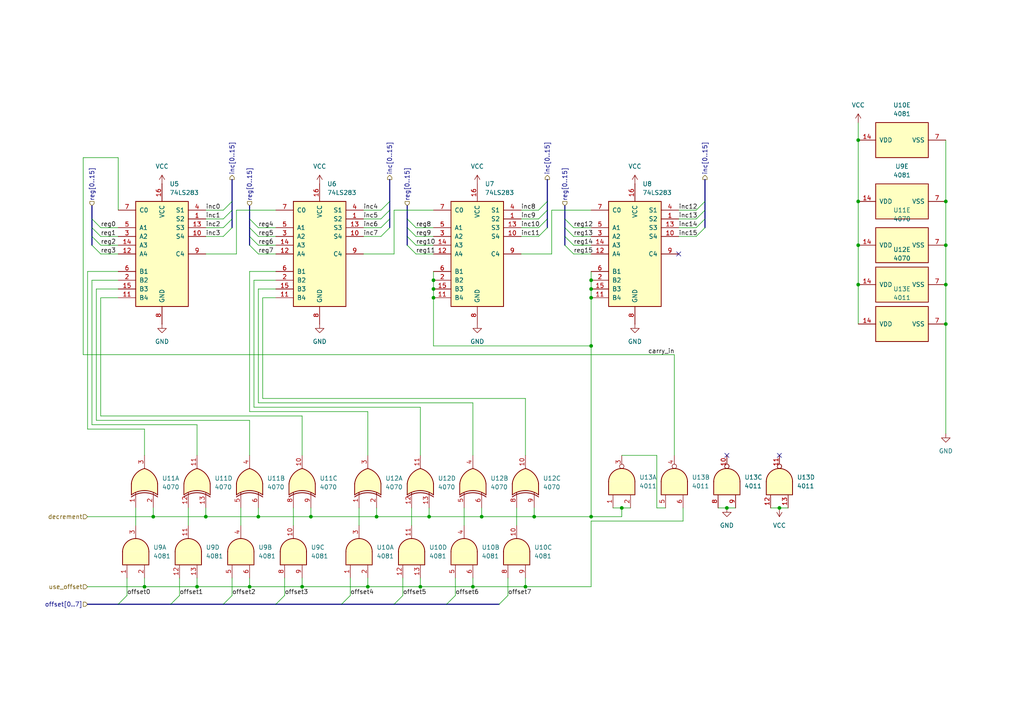
<source format=kicad_sch>
(kicad_sch (version 20231120) (generator "eeschema") (generator_version "8.0")
  (paper "A4")
  (lib_symbols
    (symbol "4xxx:4011" (pin_names (offset 1.016))
      (property "Reference" "U" (at 0 1.27 0))
      (property "Value" "4011" (at 0 -1.27 0))
      (symbol "4011_1_1"
        (arc (start 0 -3.81) (mid 3.7934 0) (end 0 3.81) (stroke (width 0.254)) (fill (type background)))
        (polyline (pts (xy 0 3.81) (xy -3.81 3.81) (xy -3.81 -3.81) (xy 0 -3.81)) (stroke (width 0.254)) (fill (type background)))
        (pin input line (at -7.62 2.54 0) (length 3.81) (name "~") (number "1"))
        (pin input line (at -7.62 -2.54 0) (length 3.81) (name "~") (number "2"))
        (pin output inverted (at 7.62 0 180) (length 3.81) (name "~") (number "3"))
      )
      (symbol "4011_1_2"
        (arc (start -3.81 -3.81) (mid -2.589 0) (end -3.81 3.81) (stroke (width 0.254)))
        (arc (start -0.6096 -3.81) (mid 2.1842 -2.5851) (end 3.81 0) (stroke (width 0.254)) (fill (type background)))
        (polyline (pts (xy -3.81 -3.81) (xy -0.635 -3.81)) (stroke (width 0.254)) (fill (type background)))
        (polyline (pts (xy -3.81 3.81) (xy -0.635 3.81)) (stroke (width 0.254)) (fill (type background)))
        (polyline (pts (xy -0.635 3.81) (xy -3.81 3.81) (xy -3.81 3.81) (xy -3.556 3.4036) (xy -3.0226 2.2606) (xy -2.6924 1.0414) (xy -2.6162 -0.254) (xy -2.7686 -1.4986) (xy -3.175 -2.7178) (xy -3.81 -3.81) (xy -3.81 -3.81) (xy -0.635 -3.81)) (stroke (width -25.4)) (fill (type background)))
        (arc (start 3.81 0) (mid 2.1915 2.5936) (end -0.6096 3.81) (stroke (width 0.254)) (fill (type background)))
        (pin input inverted (at -7.62 2.54 0) (length 4.318) (name "~") (number "1"))
        (pin input inverted (at -7.62 -2.54 0) (length 4.318) (name "~") (number "2"))
        (pin output line (at 7.62 0 180) (length 3.81) (name "~") (number "3"))
      )
      (symbol "4011_2_1"
        (arc (start 0 -3.81) (mid 3.7934 0) (end 0 3.81) (stroke (width 0.254)) (fill (type background)))
        (polyline (pts (xy 0 3.81) (xy -3.81 3.81) (xy -3.81 -3.81) (xy 0 -3.81)) (stroke (width 0.254)) (fill (type background)))
        (pin output inverted (at 7.62 0 180) (length 3.81) (name "~") (number "4"))
        (pin input line (at -7.62 2.54 0) (length 3.81) (name "~") (number "5"))
        (pin input line (at -7.62 -2.54 0) (length 3.81) (name "~") (number "6"))
      )
      (symbol "4011_2_2"
        (arc (start -3.81 -3.81) (mid -2.589 0) (end -3.81 3.81) (stroke (width 0.254)))
        (arc (start -0.6096 -3.81) (mid 2.1842 -2.5851) (end 3.81 0) (stroke (width 0.254)) (fill (type background)))
        (polyline (pts (xy -3.81 -3.81) (xy -0.635 -3.81)) (stroke (width 0.254)) (fill (type background)))
        (polyline (pts (xy -3.81 3.81) (xy -0.635 3.81)) (stroke (width 0.254)) (fill (type background)))
        (polyline (pts (xy -0.635 3.81) (xy -3.81 3.81) (xy -3.81 3.81) (xy -3.556 3.4036) (xy -3.0226 2.2606) (xy -2.6924 1.0414) (xy -2.6162 -0.254) (xy -2.7686 -1.4986) (xy -3.175 -2.7178) (xy -3.81 -3.81) (xy -3.81 -3.81) (xy -0.635 -3.81)) (stroke (width -25.4)) (fill (type background)))
        (arc (start 3.81 0) (mid 2.1915 2.5936) (end -0.6096 3.81) (stroke (width 0.254)) (fill (type background)))
        (pin output line (at 7.62 0 180) (length 3.81) (name "~") (number "4"))
        (pin input inverted (at -7.62 2.54 0) (length 4.318) (name "~") (number "5"))
        (pin input inverted (at -7.62 -2.54 0) (length 4.318) (name "~") (number "6"))
      )
      (symbol "4011_3_1"
        (arc (start 0 -3.81) (mid 3.7934 0) (end 0 3.81) (stroke (width 0.254)) (fill (type background)))
        (polyline (pts (xy 0 3.81) (xy -3.81 3.81) (xy -3.81 -3.81) (xy 0 -3.81)) (stroke (width 0.254)) (fill (type background)))
        (pin output inverted (at 7.62 0 180) (length 3.81) (name "~") (number "10"))
        (pin input line (at -7.62 2.54 0) (length 3.81) (name "~") (number "8"))
        (pin input line (at -7.62 -2.54 0) (length 3.81) (name "~") (number "9"))
      )
      (symbol "4011_3_2"
        (arc (start -3.81 -3.81) (mid -2.589 0) (end -3.81 3.81) (stroke (width 0.254)))
        (arc (start -0.6096 -3.81) (mid 2.1842 -2.5851) (end 3.81 0) (stroke (width 0.254)) (fill (type background)))
        (polyline (pts (xy -3.81 -3.81) (xy -0.635 -3.81)) (stroke (width 0.254)) (fill (type background)))
        (polyline (pts (xy -3.81 3.81) (xy -0.635 3.81)) (stroke (width 0.254)) (fill (type background)))
        (polyline (pts (xy -0.635 3.81) (xy -3.81 3.81) (xy -3.81 3.81) (xy -3.556 3.4036) (xy -3.0226 2.2606) (xy -2.6924 1.0414) (xy -2.6162 -0.254) (xy -2.7686 -1.4986) (xy -3.175 -2.7178) (xy -3.81 -3.81) (xy -3.81 -3.81) (xy -0.635 -3.81)) (stroke (width -25.4)) (fill (type background)))
        (arc (start 3.81 0) (mid 2.1915 2.5936) (end -0.6096 3.81) (stroke (width 0.254)) (fill (type background)))
        (pin output line (at 7.62 0 180) (length 3.81) (name "~") (number "10"))
        (pin input inverted (at -7.62 2.54 0) (length 4.318) (name "~") (number "8"))
        (pin input inverted (at -7.62 -2.54 0) (length 4.318) (name "~") (number "9"))
      )
      (symbol "4011_4_1"
        (arc (start 0 -3.81) (mid 3.7934 0) (end 0 3.81) (stroke (width 0.254)) (fill (type background)))
        (polyline (pts (xy 0 3.81) (xy -3.81 3.81) (xy -3.81 -3.81) (xy 0 -3.81)) (stroke (width 0.254)) (fill (type background)))
        (pin output inverted (at 7.62 0 180) (length 3.81) (name "~") (number "11"))
        (pin input line (at -7.62 2.54 0) (length 3.81) (name "~") (number "12"))
        (pin input line (at -7.62 -2.54 0) (length 3.81) (name "~") (number "13"))
      )
      (symbol "4011_4_2"
        (arc (start -3.81 -3.81) (mid -2.589 0) (end -3.81 3.81) (stroke (width 0.254)))
        (arc (start -0.6096 -3.81) (mid 2.1842 -2.5851) (end 3.81 0) (stroke (width 0.254)) (fill (type background)))
        (polyline (pts (xy -3.81 -3.81) (xy -0.635 -3.81)) (stroke (width 0.254)) (fill (type background)))
        (polyline (pts (xy -3.81 3.81) (xy -0.635 3.81)) (stroke (width 0.254)) (fill (type background)))
        (polyline (pts (xy -0.635 3.81) (xy -3.81 3.81) (xy -3.81 3.81) (xy -3.556 3.4036) (xy -3.0226 2.2606) (xy -2.6924 1.0414) (xy -2.6162 -0.254) (xy -2.7686 -1.4986) (xy -3.175 -2.7178) (xy -3.81 -3.81) (xy -3.81 -3.81) (xy -0.635 -3.81)) (stroke (width -25.4)) (fill (type background)))
        (arc (start 3.81 0) (mid 2.1915 2.5936) (end -0.6096 3.81) (stroke (width 0.254)) (fill (type background)))
        (pin output line (at 7.62 0 180) (length 3.81) (name "~") (number "11"))
        (pin input inverted (at -7.62 2.54 0) (length 4.318) (name "~") (number "12"))
        (pin input inverted (at -7.62 -2.54 0) (length 4.318) (name "~") (number "13"))
      )
      (symbol "4011_5_0"
        (pin power_in line (at 0 12.7 270) (length 5.08) (name "VDD") (number "14"))
        (pin power_in line (at 0 -12.7 90) (length 5.08) (name "VSS") (number "7"))
      )
      (symbol "4011_5_1"
        (rectangle (start -5.08 7.62) (end 5.08 -7.62) (stroke (width 0.254)) (fill (type background)))
      )
    )
    (symbol "4xxx:4070" (pin_names (offset 1.016))
      (property "Reference" "U" (at 0 1.27 0))
      (property "Value" "4070" (at 0 -1.27 0))
      (symbol "4070_1_0"
        (arc (start -4.4196 -3.81) (mid -3.2033 0) (end -4.4196 3.81) (stroke (width 0.254)))
        (arc (start -3.81 -3.81) (mid -2.589 0) (end -3.81 3.81) (stroke (width 0.254)))
        (arc (start -0.6096 -3.81) (mid 2.1842 -2.5851) (end 3.81 0) (stroke (width 0.254)) (fill (type background)))
        (polyline (pts (xy -3.81 -3.81) (xy -0.635 -3.81)) (stroke (width 0.254)) (fill (type background)))
        (polyline (pts (xy -3.81 3.81) (xy -0.635 3.81)) (stroke (width 0.254)) (fill (type background)))
        (polyline (pts (xy -0.635 3.81) (xy -3.81 3.81) (xy -3.81 3.81) (xy -3.556 3.4036) (xy -3.0226 2.2606) (xy -2.6924 1.0414) (xy -2.6162 -0.254) (xy -2.7686 -1.4986) (xy -3.175 -2.7178) (xy -3.81 -3.81) (xy -3.81 -3.81) (xy -0.635 -3.81)) (stroke (width -25.4)) (fill (type background)))
        (arc (start 3.81 0) (mid 2.1915 2.5936) (end -0.6096 3.81) (stroke (width 0.254)) (fill (type background)))
        (pin input line (at -7.62 2.54 0) (length 4.445) (name "~") (number "1"))
        (pin input line (at -7.62 -2.54 0) (length 4.445) (name "~") (number "2"))
        (pin output line (at 7.62 0 180) (length 3.81) (name "~") (number "3"))
      )
      (symbol "4070_1_1"
        (polyline (pts (xy -3.81 -2.54) (xy -3.175 -2.54)) (stroke (width 0.1524)))
        (polyline (pts (xy -3.81 2.54) (xy -3.175 2.54)) (stroke (width 0.1524)))
      )
      (symbol "4070_2_0"
        (arc (start -4.4196 -3.81) (mid -3.2033 0) (end -4.4196 3.81) (stroke (width 0.254)))
        (arc (start -3.81 -3.81) (mid -2.589 0) (end -3.81 3.81) (stroke (width 0.254)))
        (arc (start -0.6096 -3.81) (mid 2.1842 -2.5851) (end 3.81 0) (stroke (width 0.254)) (fill (type background)))
        (polyline (pts (xy -3.81 -3.81) (xy -0.635 -3.81)) (stroke (width 0.254)) (fill (type background)))
        (polyline (pts (xy -3.81 3.81) (xy -0.635 3.81)) (stroke (width 0.254)) (fill (type background)))
        (polyline (pts (xy -0.635 3.81) (xy -3.81 3.81) (xy -3.81 3.81) (xy -3.556 3.4036) (xy -3.0226 2.2606) (xy -2.6924 1.0414) (xy -2.6162 -0.254) (xy -2.7686 -1.4986) (xy -3.175 -2.7178) (xy -3.81 -3.81) (xy -3.81 -3.81) (xy -0.635 -3.81)) (stroke (width -25.4)) (fill (type background)))
        (arc (start 3.81 0) (mid 2.1915 2.5936) (end -0.6096 3.81) (stroke (width 0.254)) (fill (type background)))
        (pin output line (at 7.62 0 180) (length 3.81) (name "~") (number "4"))
        (pin input line (at -7.62 2.54 0) (length 4.445) (name "~") (number "5"))
        (pin input line (at -7.62 -2.54 0) (length 4.445) (name "~") (number "6"))
      )
      (symbol "4070_2_1"
        (polyline (pts (xy -3.81 -2.54) (xy -3.175 -2.54)) (stroke (width 0.1524)))
        (polyline (pts (xy -3.81 2.54) (xy -3.175 2.54)) (stroke (width 0.1524)))
      )
      (symbol "4070_3_0"
        (arc (start -4.4196 -3.81) (mid -3.2033 0) (end -4.4196 3.81) (stroke (width 0.254)))
        (arc (start -3.81 -3.81) (mid -2.589 0) (end -3.81 3.81) (stroke (width 0.254)))
        (arc (start -0.6096 -3.81) (mid 2.1842 -2.5851) (end 3.81 0) (stroke (width 0.254)) (fill (type background)))
        (polyline (pts (xy -3.81 -3.81) (xy -0.635 -3.81)) (stroke (width 0.254)) (fill (type background)))
        (polyline (pts (xy -3.81 3.81) (xy -0.635 3.81)) (stroke (width 0.254)) (fill (type background)))
        (polyline (pts (xy -0.635 3.81) (xy -3.81 3.81) (xy -3.81 3.81) (xy -3.556 3.4036) (xy -3.0226 2.2606) (xy -2.6924 1.0414) (xy -2.6162 -0.254) (xy -2.7686 -1.4986) (xy -3.175 -2.7178) (xy -3.81 -3.81) (xy -3.81 -3.81) (xy -0.635 -3.81)) (stroke (width -25.4)) (fill (type background)))
        (arc (start 3.81 0) (mid 2.1915 2.5936) (end -0.6096 3.81) (stroke (width 0.254)) (fill (type background)))
        (pin output line (at 7.62 0 180) (length 3.81) (name "~") (number "10"))
        (pin input line (at -7.62 2.54 0) (length 4.445) (name "~") (number "8"))
        (pin input line (at -7.62 -2.54 0) (length 4.445) (name "~") (number "9"))
      )
      (symbol "4070_3_1"
        (polyline (pts (xy -3.81 -2.54) (xy -3.175 -2.54)) (stroke (width 0.1524)))
        (polyline (pts (xy -3.81 2.54) (xy -3.175 2.54)) (stroke (width 0.1524)))
      )
      (symbol "4070_4_0"
        (arc (start -4.4196 -3.81) (mid -3.2033 0) (end -4.4196 3.81) (stroke (width 0.254)))
        (arc (start -3.81 -3.81) (mid -2.589 0) (end -3.81 3.81) (stroke (width 0.254)))
        (arc (start -0.6096 -3.81) (mid 2.1842 -2.5851) (end 3.81 0) (stroke (width 0.254)) (fill (type background)))
        (polyline (pts (xy -3.81 -3.81) (xy -0.635 -3.81)) (stroke (width 0.254)) (fill (type background)))
        (polyline (pts (xy -3.81 3.81) (xy -0.635 3.81)) (stroke (width 0.254)) (fill (type background)))
        (polyline (pts (xy -0.635 3.81) (xy -3.81 3.81) (xy -3.81 3.81) (xy -3.556 3.4036) (xy -3.0226 2.2606) (xy -2.6924 1.0414) (xy -2.6162 -0.254) (xy -2.7686 -1.4986) (xy -3.175 -2.7178) (xy -3.81 -3.81) (xy -3.81 -3.81) (xy -0.635 -3.81)) (stroke (width -25.4)) (fill (type background)))
        (arc (start 3.81 0) (mid 2.1915 2.5936) (end -0.6096 3.81) (stroke (width 0.254)) (fill (type background)))
        (pin output line (at 7.62 0 180) (length 3.81) (name "~") (number "11"))
        (pin input line (at -7.62 2.54 0) (length 4.445) (name "~") (number "12"))
        (pin input line (at -7.62 -2.54 0) (length 4.445) (name "~") (number "13"))
      )
      (symbol "4070_4_1"
        (polyline (pts (xy -3.81 -2.54) (xy -3.175 -2.54)) (stroke (width 0.1524)))
        (polyline (pts (xy -3.81 2.54) (xy -3.175 2.54)) (stroke (width 0.1524)))
      )
      (symbol "4070_5_0"
        (pin power_in line (at 0 12.7 270) (length 5.08) (name "VDD") (number "14"))
        (pin power_in line (at 0 -12.7 90) (length 5.08) (name "VSS") (number "7"))
      )
      (symbol "4070_5_1"
        (rectangle (start -5.08 7.62) (end 5.08 -7.62) (stroke (width 0.254)) (fill (type background)))
      )
    )
    (symbol "4xxx:4081" (pin_names (offset 1.016))
      (property "Reference" "U" (at 0 1.27 0))
      (property "Value" "4081" (at 0 -1.27 0))
      (symbol "4081_1_1"
        (arc (start 0 -3.81) (mid 3.7934 0) (end 0 3.81) (stroke (width 0.254)) (fill (type background)))
        (polyline (pts (xy 0 3.81) (xy -3.81 3.81) (xy -3.81 -3.81) (xy 0 -3.81)) (stroke (width 0.254)) (fill (type background)))
        (pin input line (at -7.62 2.54 0) (length 3.81) (name "~") (number "1"))
        (pin input line (at -7.62 -2.54 0) (length 3.81) (name "~") (number "2"))
        (pin output line (at 7.62 0 180) (length 3.81) (name "~") (number "3"))
      )
      (symbol "4081_1_2"
        (arc (start -3.81 -3.81) (mid -2.589 0) (end -3.81 3.81) (stroke (width 0.254)))
        (arc (start -0.6096 -3.81) (mid 2.1842 -2.5851) (end 3.81 0) (stroke (width 0.254)) (fill (type background)))
        (polyline (pts (xy -3.81 -3.81) (xy -0.635 -3.81)) (stroke (width 0.254)) (fill (type background)))
        (polyline (pts (xy -3.81 3.81) (xy -0.635 3.81)) (stroke (width 0.254)) (fill (type background)))
        (polyline (pts (xy -0.635 3.81) (xy -3.81 3.81) (xy -3.81 3.81) (xy -3.556 3.4036) (xy -3.0226 2.2606) (xy -2.6924 1.0414) (xy -2.6162 -0.254) (xy -2.7686 -1.4986) (xy -3.175 -2.7178) (xy -3.81 -3.81) (xy -3.81 -3.81) (xy -0.635 -3.81)) (stroke (width -25.4)) (fill (type background)))
        (arc (start 3.81 0) (mid 2.1915 2.5936) (end -0.6096 3.81) (stroke (width 0.254)) (fill (type background)))
        (pin input inverted (at -7.62 2.54 0) (length 4.318) (name "~") (number "1"))
        (pin input inverted (at -7.62 -2.54 0) (length 4.318) (name "~") (number "2"))
        (pin output inverted (at 7.62 0 180) (length 3.81) (name "~") (number "3"))
      )
      (symbol "4081_2_1"
        (arc (start 0 -3.81) (mid 3.7934 0) (end 0 3.81) (stroke (width 0.254)) (fill (type background)))
        (polyline (pts (xy 0 3.81) (xy -3.81 3.81) (xy -3.81 -3.81) (xy 0 -3.81)) (stroke (width 0.254)) (fill (type background)))
        (pin output line (at 7.62 0 180) (length 3.81) (name "~") (number "4"))
        (pin input line (at -7.62 2.54 0) (length 3.81) (name "~") (number "5"))
        (pin input line (at -7.62 -2.54 0) (length 3.81) (name "~") (number "6"))
      )
      (symbol "4081_2_2"
        (arc (start -3.81 -3.81) (mid -2.589 0) (end -3.81 3.81) (stroke (width 0.254)))
        (arc (start -0.6096 -3.81) (mid 2.1842 -2.5851) (end 3.81 0) (stroke (width 0.254)) (fill (type background)))
        (polyline (pts (xy -3.81 -3.81) (xy -0.635 -3.81)) (stroke (width 0.254)) (fill (type background)))
        (polyline (pts (xy -3.81 3.81) (xy -0.635 3.81)) (stroke (width 0.254)) (fill (type background)))
        (polyline (pts (xy -0.635 3.81) (xy -3.81 3.81) (xy -3.81 3.81) (xy -3.556 3.4036) (xy -3.0226 2.2606) (xy -2.6924 1.0414) (xy -2.6162 -0.254) (xy -2.7686 -1.4986) (xy -3.175 -2.7178) (xy -3.81 -3.81) (xy -3.81 -3.81) (xy -0.635 -3.81)) (stroke (width -25.4)) (fill (type background)))
        (arc (start 3.81 0) (mid 2.1915 2.5936) (end -0.6096 3.81) (stroke (width 0.254)) (fill (type background)))
        (pin output inverted (at 7.62 0 180) (length 3.81) (name "~") (number "4"))
        (pin input inverted (at -7.62 2.54 0) (length 4.318) (name "~") (number "5"))
        (pin input inverted (at -7.62 -2.54 0) (length 4.318) (name "~") (number "6"))
      )
      (symbol "4081_3_1"
        (arc (start 0 -3.81) (mid 3.7934 0) (end 0 3.81) (stroke (width 0.254)) (fill (type background)))
        (polyline (pts (xy 0 3.81) (xy -3.81 3.81) (xy -3.81 -3.81) (xy 0 -3.81)) (stroke (width 0.254)) (fill (type background)))
        (pin output line (at 7.62 0 180) (length 3.81) (name "~") (number "10"))
        (pin input line (at -7.62 2.54 0) (length 3.81) (name "~") (number "8"))
        (pin input line (at -7.62 -2.54 0) (length 3.81) (name "~") (number "9"))
      )
      (symbol "4081_3_2"
        (arc (start -3.81 -3.81) (mid -2.589 0) (end -3.81 3.81) (stroke (width 0.254)))
        (arc (start -0.6096 -3.81) (mid 2.1842 -2.5851) (end 3.81 0) (stroke (width 0.254)) (fill (type background)))
        (polyline (pts (xy -3.81 -3.81) (xy -0.635 -3.81)) (stroke (width 0.254)) (fill (type background)))
        (polyline (pts (xy -3.81 3.81) (xy -0.635 3.81)) (stroke (width 0.254)) (fill (type background)))
        (polyline (pts (xy -0.635 3.81) (xy -3.81 3.81) (xy -3.81 3.81) (xy -3.556 3.4036) (xy -3.0226 2.2606) (xy -2.6924 1.0414) (xy -2.6162 -0.254) (xy -2.7686 -1.4986) (xy -3.175 -2.7178) (xy -3.81 -3.81) (xy -3.81 -3.81) (xy -0.635 -3.81)) (stroke (width -25.4)) (fill (type background)))
        (arc (start 3.81 0) (mid 2.1915 2.5936) (end -0.6096 3.81) (stroke (width 0.254)) (fill (type background)))
        (pin output inverted (at 7.62 0 180) (length 3.81) (name "~") (number "10"))
        (pin input inverted (at -7.62 2.54 0) (length 4.318) (name "~") (number "8"))
        (pin input inverted (at -7.62 -2.54 0) (length 4.318) (name "~") (number "9"))
      )
      (symbol "4081_4_1"
        (arc (start 0 -3.81) (mid 3.7934 0) (end 0 3.81) (stroke (width 0.254)) (fill (type background)))
        (polyline (pts (xy 0 3.81) (xy -3.81 3.81) (xy -3.81 -3.81) (xy 0 -3.81)) (stroke (width 0.254)) (fill (type background)))
        (pin output line (at 7.62 0 180) (length 3.81) (name "~") (number "11"))
        (pin input line (at -7.62 2.54 0) (length 3.81) (name "~") (number "12"))
        (pin input line (at -7.62 -2.54 0) (length 3.81) (name "~") (number "13"))
      )
      (symbol "4081_4_2"
        (arc (start -3.81 -3.81) (mid -2.589 0) (end -3.81 3.81) (stroke (width 0.254)))
        (arc (start -0.6096 -3.81) (mid 2.1842 -2.5851) (end 3.81 0) (stroke (width 0.254)) (fill (type background)))
        (polyline (pts (xy -3.81 -3.81) (xy -0.635 -3.81)) (stroke (width 0.254)) (fill (type background)))
        (polyline (pts (xy -3.81 3.81) (xy -0.635 3.81)) (stroke (width 0.254)) (fill (type background)))
        (polyline (pts (xy -0.635 3.81) (xy -3.81 3.81) (xy -3.81 3.81) (xy -3.556 3.4036) (xy -3.0226 2.2606) (xy -2.6924 1.0414) (xy -2.6162 -0.254) (xy -2.7686 -1.4986) (xy -3.175 -2.7178) (xy -3.81 -3.81) (xy -3.81 -3.81) (xy -0.635 -3.81)) (stroke (width -25.4)) (fill (type background)))
        (arc (start 3.81 0) (mid 2.1915 2.5936) (end -0.6096 3.81) (stroke (width 0.254)) (fill (type background)))
        (pin output inverted (at 7.62 0 180) (length 3.81) (name "~") (number "11"))
        (pin input inverted (at -7.62 2.54 0) (length 4.318) (name "~") (number "12"))
        (pin input inverted (at -7.62 -2.54 0) (length 4.318) (name "~") (number "13"))
      )
      (symbol "4081_5_0"
        (pin power_in line (at 0 12.7 270) (length 5.08) (name "VDD") (number "14"))
        (pin power_in line (at 0 -12.7 90) (length 5.08) (name "VSS") (number "7"))
      )
      (symbol "4081_5_1"
        (rectangle (start -5.08 7.62) (end 5.08 -7.62) (stroke (width 0.254)) (fill (type background)))
      )
    )
    (symbol "74xx:74LS283" (pin_names (offset 1.016))
      (property "Reference" "U" (at -7.62 16.51 0))
      (property "Value" "74LS283" (at -7.62 -16.51 0))
      (symbol "74LS283_1_0"
        (pin output line (at 12.7 10.16 180) (length 5.08) (name "S2") (number "1"))
        (pin output line (at 12.7 5.08 180) (length 5.08) (name "S4") (number "10"))
        (pin input line (at -12.7 -12.7 0) (length 5.08) (name "B4") (number "11"))
        (pin input line (at -12.7 0 0) (length 5.08) (name "A4") (number "12"))
        (pin output line (at 12.7 7.62 180) (length 5.08) (name "S3") (number "13"))
        (pin input line (at -12.7 2.54 0) (length 5.08) (name "A3") (number "14"))
        (pin input line (at -12.7 -10.16 0) (length 5.08) (name "B3") (number "15"))
        (pin power_in line (at 0 20.32 270) (length 5.08) (name "VCC") (number "16"))
        (pin input line (at -12.7 -7.62 0) (length 5.08) (name "B2") (number "2"))
        (pin input line (at -12.7 5.08 0) (length 5.08) (name "A2") (number "3"))
        (pin output line (at 12.7 12.7 180) (length 5.08) (name "S1") (number "4"))
        (pin input line (at -12.7 7.62 0) (length 5.08) (name "A1") (number "5"))
        (pin input line (at -12.7 -5.08 0) (length 5.08) (name "B1") (number "6"))
        (pin input line (at -12.7 12.7 0) (length 5.08) (name "C0") (number "7"))
        (pin power_in line (at 0 -20.32 90) (length 5.08) (name "GND") (number "8"))
        (pin output line (at 12.7 0 180) (length 5.08) (name "C4") (number "9"))
      )
      (symbol "74LS283_1_1"
        (rectangle (start -7.62 15.24) (end 7.62 -15.24) (stroke (width 0.254)) (fill (type background)))
      )
    )
    (symbol "power:GND" (power) (pin_numbers hide) (pin_names (offset 0) hide)
      (property "Value" "GND" (at 0 -3.81 0))
      (symbol "GND_0_1"
        (polyline (pts (xy 0 0) (xy 0 -1.27) (xy 1.27 -1.27) (xy 0 -2.54) (xy -1.27 -1.27) (xy 0 -1.27)))
      )
      (symbol "GND_1_1"
        (pin power_in line (at 0 0 270) (length 0) (name "~") (number "1"))
      )
    )
    (symbol "power:VCC" (power) (pin_numbers hide) (pin_names (offset 0) hide)
      (property "Value" "VCC" (at 0 3.556 0))
      (symbol "VCC_0_1"
        (polyline (pts (xy -0.762 1.27) (xy 0 2.54)))
        (polyline (pts (xy 0 0) (xy 0 2.54)))
        (polyline (pts (xy 0 2.54) (xy 0.762 1.27)))
      )
      (symbol "VCC_1_1"
        (pin power_in line (at 0 0 90) (length 0) (name "~") (number "1"))
      )
    )
  )
  (junction (at 171.45 86.36))
  (junction (at 121.92 170.18))
  (junction (at 248.92 58.42))
  (junction (at 125.73 81.28))
  (junction (at 109.22 149.86))
  (junction (at 41.91 170.18))
  (junction (at 59.69 149.86))
  (junction (at 171.45 149.86))
  (junction (at 124.46 149.86))
  (junction (at 248.92 71.12))
  (junction (at 57.15 170.18))
  (junction (at 274.32 58.42))
  (junction (at 125.73 86.36))
  (junction (at 248.92 82.55))
  (junction (at 210.82 147.32))
  (junction (at 87.63 170.18))
  (junction (at 90.17 149.86))
  (junction (at 139.7 149.86))
  (junction (at 125.73 83.82))
  (junction (at 44.45 149.86))
  (junction (at 74.93 149.86))
  (junction (at 248.92 40.64))
  (junction (at 274.32 82.55))
  (junction (at 171.45 100.33))
  (junction (at 171.45 83.82))
  (junction (at 137.16 170.18))
  (junction (at 171.45 81.28))
  (junction (at 180.34 147.32))
  (junction (at 72.39 170.18))
  (junction (at 106.68 170.18))
  (junction (at 154.94 149.86))
  (junction (at 274.32 71.12))
  (junction (at 226.06 147.32))
  (junction (at 274.32 93.98))
  (junction (at 152.4 170.18))
  (no_connect (at 210.82 132.08))
  (no_connect (at 226.06 132.08))
  (no_connect (at 196.85 73.66))
  (bus_entry (at 72.39 71.12) (size 2.54 2.54))
  (bus_entry (at 204.47 60.96) (size -2.54 2.54))
  (bus_entry (at 64.77 175.26) (size 2.54 -2.54))
  (bus_entry (at 118.11 68.58) (size 2.54 2.54))
  (bus_entry (at 67.31 66.04) (size -2.54 2.54))
  (bus_entry (at 34.29 175.26) (size 2.54 -2.54))
  (bus_entry (at 158.75 60.96) (size -2.54 2.54))
  (bus_entry (at 158.75 66.04) (size -2.54 2.54))
  (bus_entry (at 67.31 63.5) (size -2.54 2.54))
  (bus_entry (at 163.83 63.5) (size 2.54 2.54))
  (bus_entry (at 113.03 58.42) (size -2.54 2.54))
  (bus_entry (at 204.47 66.04) (size -2.54 2.54))
  (bus_entry (at 118.11 66.04) (size 2.54 2.54))
  (bus_entry (at 67.31 60.96) (size -2.54 2.54))
  (bus_entry (at 80.01 175.26) (size 2.54 -2.54))
  (bus_entry (at 204.47 58.42) (size -2.54 2.54))
  (bus_entry (at 118.11 71.12) (size 2.54 2.54))
  (bus_entry (at 72.39 63.5) (size 2.54 2.54))
  (bus_entry (at 113.03 66.04) (size -2.54 2.54))
  (bus_entry (at 163.83 66.04) (size 2.54 2.54))
  (bus_entry (at 114.3 175.26) (size 2.54 -2.54))
  (bus_entry (at 67.31 58.42) (size -2.54 2.54))
  (bus_entry (at 26.67 68.58) (size 2.54 2.54))
  (bus_entry (at 113.03 60.96) (size -2.54 2.54))
  (bus_entry (at 163.83 71.12) (size 2.54 2.54))
  (bus_entry (at 72.39 66.04) (size 2.54 2.54))
  (bus_entry (at 26.67 71.12) (size 2.54 2.54))
  (bus_entry (at 158.75 63.5) (size -2.54 2.54))
  (bus_entry (at 118.11 63.5) (size 2.54 2.54))
  (bus_entry (at 144.78 175.26) (size 2.54 -2.54))
  (bus_entry (at 99.06 175.26) (size 2.54 -2.54))
  (bus_entry (at 158.75 58.42) (size -2.54 2.54))
  (bus_entry (at 113.03 63.5) (size -2.54 2.54))
  (bus_entry (at 49.53 175.26) (size 2.54 -2.54))
  (bus_entry (at 26.67 66.04) (size 2.54 2.54))
  (bus_entry (at 163.83 68.58) (size 2.54 2.54))
  (bus_entry (at 26.67 63.5) (size 2.54 2.54))
  (bus_entry (at 72.39 68.58) (size 2.54 2.54))
  (bus_entry (at 129.54 175.26) (size 2.54 -2.54))
  (bus_entry (at 204.47 63.5) (size -2.54 2.54))
  (wire (pts (xy 67.31 167.64) (xy 67.31 172.72)))
  (wire (pts (xy 152.4 170.18) (xy 171.45 170.18)))
  (wire (pts (xy 196.85 60.96) (xy 201.93 60.96)))
  (bus (pts (xy 158.75 58.42) (xy 158.75 60.96)))
  (bus (pts (xy 114.3 175.26) (xy 129.54 175.26)))
  (wire (pts (xy 274.32 71.12) (xy 274.32 82.55)))
  (wire (pts (xy 166.37 73.66) (xy 171.45 73.66)))
  (wire (pts (xy 80.01 81.28) (xy 73.66 81.28)))
  (bus (pts (xy 113.03 58.42) (xy 113.03 60.96)))
  (bus (pts (xy 26.67 68.58) (xy 26.67 71.12)))
  (bus (pts (xy 158.75 60.96) (xy 158.75 63.5)))
  (wire (pts (xy 124.46 147.32) (xy 124.46 149.86)))
  (wire (pts (xy 25.4 170.18) (xy 41.91 170.18)))
  (wire (pts (xy 154.94 147.32) (xy 154.94 149.86)))
  (wire (pts (xy 52.07 167.64) (xy 52.07 172.72)))
  (bus (pts (xy 204.47 52.07) (xy 204.47 58.42)))
  (wire (pts (xy 114.3 73.66) (xy 105.41 73.66)))
  (wire (pts (xy 121.92 170.18) (xy 137.16 170.18)))
  (wire (pts (xy 190.5 132.08) (xy 180.34 132.08)))
  (wire (pts (xy 41.91 170.18) (xy 57.15 170.18)))
  (wire (pts (xy 139.7 149.86) (xy 154.94 149.86)))
  (wire (pts (xy 137.16 132.08) (xy 137.16 116.84)))
  (wire (pts (xy 24.13 45.72) (xy 34.29 45.72)))
  (wire (pts (xy 132.08 167.64) (xy 132.08 172.72)))
  (wire (pts (xy 196.85 68.58) (xy 201.93 68.58)))
  (wire (pts (xy 90.17 147.32) (xy 90.17 149.86)))
  (wire (pts (xy 248.92 35.56) (xy 248.92 40.64)))
  (bus (pts (xy 163.83 63.5) (xy 163.83 66.04)))
  (wire (pts (xy 274.32 58.42) (xy 274.32 71.12)))
  (wire (pts (xy 44.45 149.86) (xy 59.69 149.86)))
  (wire (pts (xy 121.92 118.11) (xy 121.92 132.08)))
  (wire (pts (xy 34.29 83.82) (xy 27.94 83.82)))
  (wire (pts (xy 114.3 60.96) (xy 114.3 73.66)))
  (bus (pts (xy 67.31 58.42) (xy 67.31 60.96)))
  (wire (pts (xy 125.73 60.96) (xy 114.3 60.96)))
  (wire (pts (xy 26.67 123.19) (xy 26.67 81.28)))
  (bus (pts (xy 25.4 175.26) (xy 34.29 175.26)))
  (wire (pts (xy 74.93 83.82) (xy 80.01 83.82)))
  (wire (pts (xy 74.93 147.32) (xy 74.93 149.86)))
  (wire (pts (xy 74.93 66.04) (xy 80.01 66.04)))
  (wire (pts (xy 171.45 86.36) (xy 171.45 100.33)))
  (wire (pts (xy 151.13 63.5) (xy 156.21 63.5)))
  (wire (pts (xy 57.15 167.64) (xy 57.15 170.18)))
  (wire (pts (xy 57.15 123.19) (xy 26.67 123.19)))
  (wire (pts (xy 151.13 68.58) (xy 156.21 68.58)))
  (wire (pts (xy 24.13 102.87) (xy 24.13 45.72)))
  (wire (pts (xy 57.15 170.18) (xy 72.39 170.18)))
  (wire (pts (xy 120.65 66.04) (xy 125.73 66.04)))
  (bus (pts (xy 118.11 59.69) (xy 118.11 63.5)))
  (wire (pts (xy 195.58 102.87) (xy 24.13 102.87)))
  (wire (pts (xy 44.45 147.32) (xy 44.45 149.86)))
  (wire (pts (xy 198.12 151.13) (xy 198.12 147.32)))
  (wire (pts (xy 190.5 147.32) (xy 190.5 132.08)))
  (wire (pts (xy 72.39 170.18) (xy 87.63 170.18)))
  (wire (pts (xy 74.93 68.58) (xy 80.01 68.58)))
  (wire (pts (xy 120.65 68.58) (xy 125.73 68.58)))
  (wire (pts (xy 171.45 149.86) (xy 180.34 149.86)))
  (bus (pts (xy 113.03 52.07) (xy 113.03 58.42)))
  (wire (pts (xy 210.82 147.32) (xy 213.36 147.32)))
  (wire (pts (xy 27.94 121.92) (xy 72.39 121.92)))
  (wire (pts (xy 68.58 60.96) (xy 68.58 73.66)))
  (bus (pts (xy 158.75 52.07) (xy 158.75 58.42)))
  (bus (pts (xy 129.54 175.26) (xy 144.78 175.26)))
  (wire (pts (xy 125.73 83.82) (xy 125.73 86.36)))
  (wire (pts (xy 248.92 58.42) (xy 248.92 71.12)))
  (wire (pts (xy 29.21 73.66) (xy 34.29 73.66)))
  (bus (pts (xy 26.67 63.5) (xy 26.67 66.04)))
  (wire (pts (xy 171.45 81.28) (xy 171.45 83.82)))
  (bus (pts (xy 118.11 68.58) (xy 118.11 71.12)))
  (bus (pts (xy 113.03 60.96) (xy 113.03 63.5)))
  (wire (pts (xy 180.34 149.86) (xy 180.34 147.32)))
  (wire (pts (xy 68.58 73.66) (xy 59.69 73.66)))
  (wire (pts (xy 72.39 121.92) (xy 72.39 132.08)))
  (wire (pts (xy 25.4 124.46) (xy 41.91 124.46)))
  (bus (pts (xy 163.83 66.04) (xy 163.83 68.58)))
  (bus (pts (xy 99.06 175.26) (xy 114.3 175.26)))
  (wire (pts (xy 59.69 147.32) (xy 59.69 149.86)))
  (wire (pts (xy 196.85 66.04) (xy 201.93 66.04)))
  (bus (pts (xy 67.31 60.96) (xy 67.31 63.5)))
  (wire (pts (xy 106.68 170.18) (xy 121.92 170.18)))
  (wire (pts (xy 137.16 116.84) (xy 74.93 116.84)))
  (wire (pts (xy 29.21 86.36) (xy 29.21 120.65)))
  (wire (pts (xy 57.15 132.08) (xy 57.15 123.19)))
  (wire (pts (xy 125.73 100.33) (xy 171.45 100.33)))
  (wire (pts (xy 171.45 151.13) (xy 198.12 151.13)))
  (wire (pts (xy 106.68 167.64) (xy 106.68 170.18)))
  (wire (pts (xy 152.4 115.57) (xy 152.4 132.08)))
  (wire (pts (xy 29.21 66.04) (xy 34.29 66.04)))
  (wire (pts (xy 177.8 147.32) (xy 180.34 147.32)))
  (wire (pts (xy 72.39 78.74) (xy 80.01 78.74)))
  (wire (pts (xy 147.32 167.64) (xy 147.32 172.72)))
  (wire (pts (xy 29.21 120.65) (xy 87.63 120.65)))
  (wire (pts (xy 34.29 86.36) (xy 29.21 86.36)))
  (wire (pts (xy 80.01 86.36) (xy 76.2 86.36)))
  (wire (pts (xy 125.73 78.74) (xy 125.73 81.28)))
  (wire (pts (xy 101.6 167.64) (xy 101.6 172.72)))
  (wire (pts (xy 124.46 149.86) (xy 139.7 149.86)))
  (wire (pts (xy 125.73 86.36) (xy 125.73 100.33)))
  (wire (pts (xy 109.22 149.86) (xy 124.46 149.86)))
  (wire (pts (xy 139.7 147.32) (xy 139.7 149.86)))
  (wire (pts (xy 87.63 120.65) (xy 87.63 132.08)))
  (wire (pts (xy 193.04 147.32) (xy 190.5 147.32)))
  (wire (pts (xy 160.02 60.96) (xy 160.02 73.66)))
  (bus (pts (xy 72.39 68.58) (xy 72.39 71.12)))
  (bus (pts (xy 163.83 59.69) (xy 163.83 63.5)))
  (wire (pts (xy 152.4 170.18) (xy 152.4 167.64)))
  (wire (pts (xy 195.58 132.08) (xy 195.58 102.87)))
  (wire (pts (xy 72.39 119.38) (xy 72.39 78.74)))
  (wire (pts (xy 41.91 167.64) (xy 41.91 170.18)))
  (wire (pts (xy 180.34 147.32) (xy 182.88 147.32)))
  (wire (pts (xy 82.55 167.64) (xy 82.55 172.72)))
  (wire (pts (xy 116.84 167.64) (xy 116.84 172.72)))
  (bus (pts (xy 113.03 63.5) (xy 113.03 66.04)))
  (wire (pts (xy 106.68 132.08) (xy 106.68 119.38)))
  (wire (pts (xy 119.38 147.32) (xy 119.38 152.4)))
  (bus (pts (xy 72.39 59.69) (xy 72.39 63.5)))
  (wire (pts (xy 29.21 71.12) (xy 34.29 71.12)))
  (wire (pts (xy 74.93 71.12) (xy 80.01 71.12)))
  (wire (pts (xy 171.45 60.96) (xy 160.02 60.96)))
  (wire (pts (xy 74.93 149.86) (xy 90.17 149.86)))
  (bus (pts (xy 163.83 68.58) (xy 163.83 71.12)))
  (wire (pts (xy 120.65 73.66) (xy 125.73 73.66)))
  (wire (pts (xy 166.37 68.58) (xy 171.45 68.58)))
  (wire (pts (xy 87.63 167.64) (xy 87.63 170.18)))
  (wire (pts (xy 137.16 167.64) (xy 137.16 170.18)))
  (bus (pts (xy 118.11 66.04) (xy 118.11 68.58)))
  (bus (pts (xy 64.77 175.26) (xy 80.01 175.26)))
  (wire (pts (xy 274.32 40.64) (xy 274.32 58.42)))
  (wire (pts (xy 34.29 45.72) (xy 34.29 60.96)))
  (wire (pts (xy 171.45 170.18) (xy 171.45 151.13)))
  (wire (pts (xy 274.32 93.98) (xy 274.32 125.73)))
  (wire (pts (xy 109.22 147.32) (xy 109.22 149.86)))
  (wire (pts (xy 151.13 60.96) (xy 156.21 60.96)))
  (wire (pts (xy 26.67 81.28) (xy 34.29 81.28)))
  (wire (pts (xy 27.94 83.82) (xy 27.94 121.92)))
  (bus (pts (xy 34.29 175.26) (xy 49.53 175.26)))
  (bus (pts (xy 118.11 63.5) (xy 118.11 66.04)))
  (wire (pts (xy 36.83 167.64) (xy 36.83 172.72)))
  (wire (pts (xy 76.2 86.36) (xy 76.2 115.57)))
  (wire (pts (xy 59.69 63.5) (xy 64.77 63.5)))
  (wire (pts (xy 137.16 170.18) (xy 152.4 170.18)))
  (wire (pts (xy 76.2 115.57) (xy 152.4 115.57)))
  (wire (pts (xy 248.92 93.98) (xy 248.92 82.55)))
  (wire (pts (xy 34.29 78.74) (xy 25.4 78.74)))
  (wire (pts (xy 208.28 147.32) (xy 210.82 147.32)))
  (wire (pts (xy 54.61 147.32) (xy 54.61 152.4)))
  (wire (pts (xy 248.92 40.64) (xy 248.92 58.42)))
  (wire (pts (xy 25.4 149.86) (xy 44.45 149.86)))
  (wire (pts (xy 72.39 167.64) (xy 72.39 170.18)))
  (bus (pts (xy 204.47 58.42) (xy 204.47 60.96)))
  (wire (pts (xy 90.17 149.86) (xy 109.22 149.86)))
  (bus (pts (xy 204.47 63.5) (xy 204.47 66.04)))
  (wire (pts (xy 39.37 147.32) (xy 39.37 152.4)))
  (wire (pts (xy 29.21 68.58) (xy 34.29 68.58)))
  (wire (pts (xy 73.66 118.11) (xy 121.92 118.11)))
  (bus (pts (xy 26.67 66.04) (xy 26.67 68.58)))
  (bus (pts (xy 26.67 59.69) (xy 26.67 63.5)))
  (wire (pts (xy 151.13 66.04) (xy 156.21 66.04)))
  (wire (pts (xy 69.85 147.32) (xy 69.85 152.4)))
  (wire (pts (xy 121.92 167.64) (xy 121.92 170.18)))
  (bus (pts (xy 80.01 175.26) (xy 99.06 175.26)))
  (wire (pts (xy 120.65 71.12) (xy 125.73 71.12)))
  (wire (pts (xy 166.37 66.04) (xy 171.45 66.04)))
  (wire (pts (xy 160.02 73.66) (xy 151.13 73.66)))
  (wire (pts (xy 171.45 78.74) (xy 171.45 81.28)))
  (wire (pts (xy 85.09 147.32) (xy 85.09 152.4)))
  (bus (pts (xy 72.39 63.5) (xy 72.39 66.04)))
  (wire (pts (xy 274.32 82.55) (xy 274.32 93.98)))
  (wire (pts (xy 41.91 124.46) (xy 41.91 132.08)))
  (bus (pts (xy 72.39 66.04) (xy 72.39 68.58)))
  (wire (pts (xy 104.14 147.32) (xy 104.14 152.4)))
  (wire (pts (xy 171.45 100.33) (xy 171.45 149.86)))
  (wire (pts (xy 106.68 119.38) (xy 72.39 119.38)))
  (bus (pts (xy 204.47 60.96) (xy 204.47 63.5)))
  (wire (pts (xy 226.06 147.32) (xy 228.6 147.32)))
  (wire (pts (xy 248.92 71.12) (xy 248.92 82.55)))
  (wire (pts (xy 105.41 66.04) (xy 110.49 66.04)))
  (wire (pts (xy 74.93 73.66) (xy 80.01 73.66)))
  (wire (pts (xy 59.69 68.58) (xy 64.77 68.58)))
  (wire (pts (xy 105.41 68.58) (xy 110.49 68.58)))
  (bus (pts (xy 49.53 175.26) (xy 64.77 175.26)))
  (wire (pts (xy 134.62 147.32) (xy 134.62 152.4)))
  (wire (pts (xy 105.41 60.96) (xy 110.49 60.96)))
  (wire (pts (xy 25.4 78.74) (xy 25.4 124.46)))
  (wire (pts (xy 59.69 149.86) (xy 74.93 149.86)))
  (wire (pts (xy 59.69 66.04) (xy 64.77 66.04)))
  (bus (pts (xy 67.31 63.5) (xy 67.31 66.04)))
  (wire (pts (xy 171.45 149.86) (xy 154.94 149.86)))
  (bus (pts (xy 67.31 52.07) (xy 67.31 58.42)))
  (wire (pts (xy 223.52 147.32) (xy 226.06 147.32)))
  (wire (pts (xy 80.01 60.96) (xy 68.58 60.96)))
  (wire (pts (xy 59.69 60.96) (xy 64.77 60.96)))
  (wire (pts (xy 73.66 81.28) (xy 73.66 118.11)))
  (wire (pts (xy 105.41 63.5) (xy 110.49 63.5)))
  (wire (pts (xy 87.63 170.18) (xy 106.68 170.18)))
  (wire (pts (xy 74.93 116.84) (xy 74.93 83.82)))
  (wire (pts (xy 166.37 71.12) (xy 171.45 71.12)))
  (wire (pts (xy 125.73 81.28) (xy 125.73 83.82)))
  (bus (pts (xy 158.75 63.5) (xy 158.75 66.04)))
  (wire (pts (xy 171.45 83.82) (xy 171.45 86.36)))
  (wire (pts (xy 196.85 63.5) (xy 201.93 63.5)))
  (wire (pts (xy 149.86 147.32) (xy 149.86 152.4)))
  (label "reg9" (at 120.65 68.58 0))
  (label "reg11" (at 120.65 73.66 0))
  (label "inc14" (at 196.85 66.04 0))
  (label "inc3" (at 59.69 68.58 0))
  (label "inc7" (at 105.41 68.58 0))
  (label "reg6" (at 74.93 71.12 0))
  (label "inc15" (at 196.85 68.58 0))
  (label "reg3" (at 29.21 73.66 0))
  (label "reg13" (at 166.37 68.58 0))
  (label "reg12" (at 166.37 66.04 0))
  (label "reg4" (at 74.93 66.04 0))
  (label "inc4" (at 105.41 60.96 0))
  (label "reg0" (at 29.21 66.04 0))
  (label "reg14" (at 166.37 71.12 0))
  (label "reg1" (at 29.21 68.58 0))
  (label "offset6" (at 132.08 172.72 0))
  (label "inc11" (at 151.13 68.58 0))
  (label "inc9" (at 151.13 63.5 0))
  (label "inc10" (at 151.13 66.04 0))
  (label "inc8" (at 151.13 60.96 0))
  (label "inc12" (at 196.85 60.96 0))
  (label "inc0" (at 59.69 60.96 0))
  (label "reg5" (at 74.93 68.58 0))
  (label "inc6" (at 105.41 66.04 0))
  (label "reg7" (at 74.93 73.66 0))
  (label "reg10" (at 120.65 71.12 0))
  (label "offset3" (at 82.55 172.72 0))
  (label "offset4" (at 101.6 172.72 0))
  (label "offset2" (at 67.31 172.72 0))
  (label "inc13" (at 196.85 63.5 0))
  (label "offset1" (at 52.07 172.72 0))
  (label "inc1" (at 59.69 63.5 0))
  (label "offset5" (at 116.84 172.72 0))
  (label "offset0" (at 36.83 172.72 0))
  (label "offset7" (at 147.32 172.72 0))
  (label "inc2" (at 59.69 66.04 0))
  (label "carry_in" (at 187.96 102.87 0))
  (label "reg2" (at 29.21 71.12 0))
  (label "inc5" (at 105.41 63.5 0))
  (label "reg8" (at 120.65 66.04 0))
  (label "reg15" (at 166.37 73.66 0))
  (hierarchical_label "inc[0..15]" (shape output) (at 204.47 52.07 90))
  (hierarchical_label "inc[0..15]" (shape output) (at 158.75 52.07 90))
  (hierarchical_label "reg[0..15]" (shape input) (at 118.11 59.69 90))
  (hierarchical_label "inc[0..15]" (shape output) (at 67.31 52.07 90))
  (hierarchical_label "reg[0..15]" (shape input) (at 72.39 59.69 90))
  (hierarchical_label "inc[0..15]" (shape output) (at 113.03 52.07 90))
  (hierarchical_label "decrement" (shape input) (at 25.4 149.86 180))
  (hierarchical_label "offset[0..7]" (shape input) (at 25.4 175.26 180))
  (hierarchical_label "reg[0..15]" (shape input) (at 163.83 59.69 90))
  (hierarchical_label "reg[0..15]" (shape input) (at 26.67 59.69 90))
  (hierarchical_label "use_offset" (shape input) (at 25.4 170.18 180))
  (symbol (lib_id "4xxx:4070") (at 137.16 139.7 90) (unit 2)
    (property "Reference" "U12" (at 142.24 138.7347 90) (effects (justify right)))
    (property "Value" "4070" (at 142.24 141.2747 90) (effects (justify right)))
    (property "Footprint" "Package_DIP:DIP-14_W7.62mm_LongPads" (effects (hide yes)))
    (property "Datasheet" "http://www.intersil.com/content/dam/Intersil/documents/cd40/cd4070bms-77bms.pdf" (effects (hide yes)))
    (property "Description" "Quad Xor 2 inputs" (effects (hide yes)))
  )
  (symbol (lib_id "4xxx:4070") (at 87.63 139.7 90) (unit 3)
    (property "Reference" "U11" (at 92.71 138.7347 90) (effects (justify right)))
    (property "Value" "4070" (at 92.71 141.2747 90) (effects (justify right)))
    (property "Footprint" "Package_DIP:DIP-14_W7.62mm_LongPads" (effects (hide yes)))
    (property "Datasheet" "http://www.intersil.com/content/dam/Intersil/documents/cd40/cd4070bms-77bms.pdf" (effects (hide yes)))
    (property "Description" "Quad Xor 2 inputs" (effects (hide yes)))
  )
  (symbol (lib_id "power:VCC") (at 92.71 53.34 0) (unit 1)
    (property "Reference" "#PWR015" (effects (hide yes)))
    (property "Value" "VCC" (at 92.71 48.26 0))
    (property "Description" "Power symbol creates a global label with name \"VCC\"" (effects (hide yes)))
  )
  (symbol (lib_id "4xxx:4081") (at 85.09 160.02 90) (unit 3)
    (property "Reference" "U9" (at 90.17 158.7582 90) (effects (justify right)))
    (property "Value" "4081" (at 90.17 161.2982 90) (effects (justify right)))
    (property "Footprint" "Package_DIP:DIP-14_W7.62mm_LongPads" (effects (hide yes)))
    (property "Datasheet" "http://www.intersil.com/content/dam/Intersil/documents/cd40/cd4073bms-81bms-82bms.pdf" (effects (hide yes)))
    (property "Description" "Quad And 2 inputs" (effects (hide yes)))
  )
  (symbol (lib_id "4xxx:4081") (at 261.62 58.42 90) (unit 5)
    (property "Reference" "U9" (at 261.62 48.26 90))
    (property "Value" "4081" (at 261.62 50.8 90))
    (property "Footprint" "Package_DIP:DIP-14_W7.62mm_LongPads" (effects (hide yes)))
    (property "Datasheet" "http://www.intersil.com/content/dam/Intersil/documents/cd40/cd4073bms-81bms-82bms.pdf" (effects (hide yes)))
    (property "Description" "Quad And 2 inputs" (effects (hide yes)))
  )
  (symbol (lib_id "4xxx:4011") (at 210.82 139.7 90) (unit 3)
    (property "Reference" "U13" (at 215.9 138.4382 90) (effects (justify right)))
    (property "Value" "4011" (at 215.9 140.9782 90) (effects (justify right)))
    (property "Footprint" "Package_DIP:DIP-14_W7.62mm_LongPads" (effects (hide yes)))
    (property "Datasheet" "http://www.intersil.com/content/dam/Intersil/documents/cd40/cd4011bms-12bms-23bms.pdf" (effects (hide yes)))
    (property "Description" "Quad Nand 2 inputs" (effects (hide yes)))
  )
  (symbol (lib_id "4xxx:4081") (at 134.62 160.02 90) (unit 2)
    (property "Reference" "U10" (at 139.7 158.7582 90) (effects (justify right)))
    (property "Value" "4081" (at 139.7 161.2982 90) (effects (justify right)))
    (property "Footprint" "Package_DIP:DIP-14_W7.62mm_LongPads" (effects (hide yes)))
    (property "Datasheet" "http://www.intersil.com/content/dam/Intersil/documents/cd40/cd4073bms-81bms-82bms.pdf" (effects (hide yes)))
    (property "Description" "Quad And 2 inputs" (effects (hide yes)))
  )
  (symbol (lib_id "power:GND") (at 184.15 93.98 0) (unit 1)
    (property "Reference" "#PWR012" (effects (hide yes)))
    (property "Value" "GND" (at 184.15 99.06 0))
    (property "Description" "Power symbol creates a global label with name \"GND\" , ground" (effects (hide yes)))
  )
  (symbol (lib_id "4xxx:4070") (at 152.4 139.7 90) (unit 3)
    (property "Reference" "U12" (at 157.48 138.7347 90) (effects (justify right)))
    (property "Value" "4070" (at 157.48 141.2747 90) (effects (justify right)))
    (property "Footprint" "Package_DIP:DIP-14_W7.62mm_LongPads" (effects (hide yes)))
    (property "Datasheet" "http://www.intersil.com/content/dam/Intersil/documents/cd40/cd4070bms-77bms.pdf" (effects (hide yes)))
    (property "Description" "Quad Xor 2 inputs" (effects (hide yes)))
  )
  (symbol (lib_id "4xxx:4011") (at 261.62 93.98 90) (unit 5)
    (property "Reference" "U13" (at 261.62 83.82 90))
    (property "Value" "4011" (at 261.62 86.36 90))
    (property "Footprint" "Package_DIP:DIP-14_W7.62mm_LongPads" (effects (hide yes)))
    (property "Datasheet" "http://www.intersil.com/content/dam/Intersil/documents/cd40/cd4011bms-12bms-23bms.pdf" (effects (hide yes)))
    (property "Description" "Quad Nand 2 inputs" (effects (hide yes)))
  )
  (symbol (lib_id "4xxx:4011") (at 180.34 139.7 90) (unit 1)
    (property "Reference" "U13" (at 185.42 138.4382 90) (effects (justify right)))
    (property "Value" "4011" (at 185.42 140.9782 90) (effects (justify right)))
    (property "Footprint" "Package_DIP:DIP-14_W7.62mm_LongPads" (effects (hide yes)))
    (property "Datasheet" "http://www.intersil.com/content/dam/Intersil/documents/cd40/cd4011bms-12bms-23bms.pdf" (effects (hide yes)))
    (property "Description" "Quad Nand 2 inputs" (effects (hide yes)))
  )
  (symbol (lib_id "power:VCC") (at 248.92 35.56 0) (unit 1)
    (property "Reference" "#PWR019" (effects (hide yes)))
    (property "Value" "VCC" (at 248.92 30.48 0))
    (property "Description" "Power symbol creates a global label with name \"VCC\"" (effects (hide yes)))
  )
  (symbol (lib_id "4xxx:4081") (at 39.37 160.02 90) (unit 1)
    (property "Reference" "U9" (at 44.45 158.7582 90) (effects (justify right)))
    (property "Value" "4081" (at 44.45 161.2982 90) (effects (justify right)))
    (property "Footprint" "Package_DIP:DIP-14_W7.62mm_LongPads" (effects (hide yes)))
    (property "Datasheet" "http://www.intersil.com/content/dam/Intersil/documents/cd40/cd4073bms-81bms-82bms.pdf" (effects (hide yes)))
    (property "Description" "Quad And 2 inputs" (effects (hide yes)))
  )
  (symbol (lib_id "4xxx:4070") (at 72.39 139.7 90) (unit 2)
    (property "Reference" "U11" (at 77.47 138.7347 90) (effects (justify right)))
    (property "Value" "4070" (at 77.47 141.2747 90) (effects (justify right)))
    (property "Footprint" "Package_DIP:DIP-14_W7.62mm_LongPads" (effects (hide yes)))
    (property "Datasheet" "http://www.intersil.com/content/dam/Intersil/documents/cd40/cd4070bms-77bms.pdf" (effects (hide yes)))
    (property "Description" "Quad Xor 2 inputs" (effects (hide yes)))
  )
  (symbol (lib_id "power:GND") (at 210.82 147.32 0) (unit 1)
    (property "Reference" "#PWR025" (effects (hide yes)))
    (property "Value" "GND" (at 210.82 152.4 0))
    (property "Description" "Power symbol creates a global label with name \"GND\" , ground" (effects (hide yes)))
  )
  (symbol (lib_id "4xxx:4011") (at 226.06 139.7 90) (unit 4)
    (property "Reference" "U13" (at 231.14 138.4382 90) (effects (justify right)))
    (property "Value" "4011" (at 231.14 140.9782 90) (effects (justify right)))
    (property "Footprint" "Package_DIP:DIP-14_W7.62mm_LongPads" (effects (hide yes)))
    (property "Datasheet" "http://www.intersil.com/content/dam/Intersil/documents/cd40/cd4011bms-12bms-23bms.pdf" (effects (hide yes)))
    (property "Description" "Quad Nand 2 inputs" (effects (hide yes)))
  )
  (symbol (lib_id "power:VCC") (at 184.15 53.34 0) (unit 1)
    (property "Reference" "#PWR018" (effects (hide yes)))
    (property "Value" "VCC" (at 184.15 48.26 0))
    (property "Description" "Power symbol creates a global label with name \"VCC\"" (effects (hide yes)))
  )
  (symbol (lib_id "power:VCC") (at 226.06 147.32 180) (unit 1)
    (property "Reference" "#PWR026" (effects (hide yes)))
    (property "Value" "VCC" (at 226.06 152.4 0))
    (property "Description" "Power symbol creates a global label with name \"VCC\"" (effects (hide yes)))
  )
  (symbol (lib_id "4xxx:4070") (at 41.91 139.7 90) (unit 1)
    (property "Reference" "U11" (at 46.99 138.7347 90) (effects (justify right)))
    (property "Value" "4070" (at 46.99 141.2747 90) (effects (justify right)))
    (property "Footprint" "Package_DIP:DIP-14_W7.62mm_LongPads" (effects (hide yes)))
    (property "Datasheet" "http://www.intersil.com/content/dam/Intersil/documents/cd40/cd4070bms-77bms.pdf" (effects (hide yes)))
    (property "Description" "Quad Xor 2 inputs" (effects (hide yes)))
  )
  (symbol (lib_id "4xxx:4011") (at 195.58 139.7 90) (unit 2)
    (property "Reference" "U13" (at 200.66 138.4382 90) (effects (justify right)))
    (property "Value" "4011" (at 200.66 140.9782 90) (effects (justify right)))
    (property "Footprint" "Package_DIP:DIP-14_W7.62mm_LongPads" (effects (hide yes)))
    (property "Datasheet" "http://www.intersil.com/content/dam/Intersil/documents/cd40/cd4011bms-12bms-23bms.pdf" (effects (hide yes)))
    (property "Description" "Quad Nand 2 inputs" (effects (hide yes)))
  )
  (symbol (lib_id "4xxx:4081") (at 69.85 160.02 90) (unit 2)
    (property "Reference" "U9" (at 74.93 158.7582 90) (effects (justify right)))
    (property "Value" "4081" (at 74.93 161.2982 90) (effects (justify right)))
    (property "Footprint" "Package_DIP:DIP-14_W7.62mm_LongPads" (effects (hide yes)))
    (property "Datasheet" "http://www.intersil.com/content/dam/Intersil/documents/cd40/cd4073bms-81bms-82bms.pdf" (effects (hide yes)))
    (property "Description" "Quad And 2 inputs" (effects (hide yes)))
  )
  (symbol (lib_id "74xx:74LS283") (at 184.15 73.66 0) (unit 1)
    (property "Reference" "U8" (at 186.3441 53.34 0) (effects (justify left)))
    (property "Value" "74LS283" (at 186.3441 55.88 0) (effects (justify left)))
    (property "Footprint" "Package_DIP:DIP-16_W7.62mm_LongPads" (effects (hide yes)))
    (property "Datasheet" "http://www.ti.com/lit/gpn/sn74LS283" (effects (hide yes)))
    (property "Description" "4-bit full Adder" (effects (hide yes)))
  )
  (symbol (lib_id "power:GND") (at 138.43 93.98 0) (unit 1)
    (property "Reference" "#PWR011" (effects (hide yes)))
    (property "Value" "GND" (at 138.43 99.06 0))
    (property "Description" "Power symbol creates a global label with name \"GND\" , ground" (effects (hide yes)))
  )
  (symbol (lib_id "power:GND") (at 274.32 125.73 0) (unit 1)
    (property "Reference" "#PWR020" (effects (hide yes)))
    (property "Value" "GND" (at 274.32 130.81 0))
    (property "Description" "Power symbol creates a global label with name \"GND\" , ground" (effects (hide yes)))
  )
  (symbol (lib_id "74xx:74LS283") (at 46.99 73.66 0) (unit 1)
    (property "Reference" "U5" (at 49.1841 53.34 0) (effects (justify left)))
    (property "Value" "74LS283" (at 49.1841 55.88 0) (effects (justify left)))
    (property "Footprint" "Package_DIP:DIP-16_W7.62mm_LongPads" (effects (hide yes)))
    (property "Datasheet" "http://www.ti.com/lit/gpn/sn74LS283" (effects (hide yes)))
    (property "Description" "4-bit full Adder" (effects (hide yes)))
  )
  (symbol (lib_id "4xxx:4070") (at 261.62 71.12 90) (unit 5)
    (property "Reference" "U11" (at 261.62 60.96 90))
    (property "Value" "4070" (at 261.62 63.5 90))
    (property "Footprint" "Package_DIP:DIP-14_W7.62mm_LongPads" (effects (hide yes)))
    (property "Datasheet" "http://www.intersil.com/content/dam/Intersil/documents/cd40/cd4070bms-77bms.pdf" (effects (hide yes)))
    (property "Description" "Quad Xor 2 inputs" (effects (hide yes)))
  )
  (symbol (lib_id "power:GND") (at 92.71 93.98 0) (unit 1)
    (property "Reference" "#PWR010" (effects (hide yes)))
    (property "Value" "GND" (at 92.71 99.06 0))
    (property "Description" "Power symbol creates a global label with name \"GND\" , ground" (effects (hide yes)))
  )
  (symbol (lib_id "power:VCC") (at 138.43 53.34 0) (unit 1)
    (property "Reference" "#PWR016" (effects (hide yes)))
    (property "Value" "VCC" (at 138.43 48.26 0))
    (property "Description" "Power symbol creates a global label with name \"VCC\"" (effects (hide yes)))
  )
  (symbol (lib_id "4xxx:4081") (at 54.61 160.02 90) (unit 4)
    (property "Reference" "U9" (at 59.69 158.7582 90) (effects (justify right)))
    (property "Value" "4081" (at 59.69 161.2982 90) (effects (justify right)))
    (property "Footprint" "Package_DIP:DIP-14_W7.62mm_LongPads" (effects (hide yes)))
    (property "Datasheet" "http://www.intersil.com/content/dam/Intersil/documents/cd40/cd4073bms-81bms-82bms.pdf" (effects (hide yes)))
    (property "Description" "Quad And 2 inputs" (effects (hide yes)))
  )
  (symbol (lib_id "power:GND") (at 46.99 93.98 0) (unit 1)
    (property "Reference" "#PWR09" (effects (hide yes)))
    (property "Value" "GND" (at 46.99 99.06 0))
    (property "Description" "Power symbol creates a global label with name \"GND\" , ground" (effects (hide yes)))
  )
  (symbol (lib_id "4xxx:4081") (at 149.86 160.02 90) (unit 3)
    (property "Reference" "U10" (at 154.94 158.7582 90) (effects (justify right)))
    (property "Value" "4081" (at 154.94 161.2982 90) (effects (justify right)))
    (property "Footprint" "Package_DIP:DIP-14_W7.62mm_LongPads" (effects (hide yes)))
    (property "Datasheet" "http://www.intersil.com/content/dam/Intersil/documents/cd40/cd4073bms-81bms-82bms.pdf" (effects (hide yes)))
    (property "Description" "Quad And 2 inputs" (effects (hide yes)))
  )
  (symbol (lib_id "4xxx:4070") (at 57.15 139.7 90) (unit 4)
    (property "Reference" "U11" (at 62.23 138.7347 90) (effects (justify right)))
    (property "Value" "4070" (at 62.23 141.2747 90) (effects (justify right)))
    (property "Footprint" "Package_DIP:DIP-14_W7.62mm_LongPads" (effects (hide yes)))
    (property "Datasheet" "http://www.intersil.com/content/dam/Intersil/documents/cd40/cd4070bms-77bms.pdf" (effects (hide yes)))
    (property "Description" "Quad Xor 2 inputs" (effects (hide yes)))
  )
  (symbol (lib_id "power:VCC") (at 46.99 53.34 0) (unit 1)
    (property "Reference" "#PWR014" (effects (hide yes)))
    (property "Value" "VCC" (at 46.99 48.26 0))
    (property "Description" "Power symbol creates a global label with name \"VCC\"" (effects (hide yes)))
  )
  (symbol (lib_id "4xxx:4081") (at 104.14 160.02 90) (unit 1)
    (property "Reference" "U10" (at 109.22 158.7582 90) (effects (justify right)))
    (property "Value" "4081" (at 109.22 161.2982 90) (effects (justify right)))
    (property "Footprint" "Package_DIP:DIP-14_W7.62mm_LongPads" (effects (hide yes)))
    (property "Datasheet" "http://www.intersil.com/content/dam/Intersil/documents/cd40/cd4073bms-81bms-82bms.pdf" (effects (hide yes)))
    (property "Description" "Quad And 2 inputs" (effects (hide yes)))
  )
  (symbol (lib_id "74xx:74LS283") (at 138.43 73.66 0) (unit 1)
    (property "Reference" "U7" (at 140.6241 53.34 0) (effects (justify left)))
    (property "Value" "74LS283" (at 140.6241 55.88 0) (effects (justify left)))
    (property "Footprint" "Package_DIP:DIP-16_W7.62mm_LongPads" (effects (hide yes)))
    (property "Datasheet" "http://www.ti.com/lit/gpn/sn74LS283" (effects (hide yes)))
    (property "Description" "4-bit full Adder" (effects (hide yes)))
  )
  (symbol (lib_id "4xxx:4070") (at 121.92 139.7 90) (unit 4)
    (property "Reference" "U12" (at 127 138.7347 90) (effects (justify right)))
    (property "Value" "4070" (at 127 141.2747 90) (effects (justify right)))
    (property "Footprint" "Package_DIP:DIP-14_W7.62mm_LongPads" (effects (hide yes)))
    (property "Datasheet" "http://www.intersil.com/content/dam/Intersil/documents/cd40/cd4070bms-77bms.pdf" (effects (hide yes)))
    (property "Description" "Quad Xor 2 inputs" (effects (hide yes)))
  )
  (symbol (lib_id "4xxx:4081") (at 119.38 160.02 90) (unit 4)
    (property "Reference" "U10" (at 124.46 158.7582 90) (effects (justify right)))
    (property "Value" "4081" (at 124.46 161.2982 90) (effects (justify right)))
    (property "Footprint" "Package_DIP:DIP-14_W7.62mm_LongPads" (effects (hide yes)))
    (property "Datasheet" "http://www.intersil.com/content/dam/Intersil/documents/cd40/cd4073bms-81bms-82bms.pdf" (effects (hide yes)))
    (property "Description" "Quad And 2 inputs" (effects (hide yes)))
  )
  (symbol (lib_id "74xx:74LS283") (at 92.71 73.66 0) (unit 1)
    (property "Reference" "U6" (at 94.9041 53.34 0) (effects (justify left)))
    (property "Value" "74LS283" (at 94.9041 55.88 0) (effects (justify left)))
    (property "Footprint" "Package_DIP:DIP-16_W7.62mm_LongPads" (effects (hide yes)))
    (property "Datasheet" "http://www.ti.com/lit/gpn/sn74LS283" (effects (hide yes)))
    (property "Description" "4-bit full Adder" (effects (hide yes)))
  )
  (symbol (lib_id "4xxx:4070") (at 261.62 82.55 90) (unit 5)
    (property "Reference" "U12" (at 261.62 72.39 90))
    (property "Value" "4070" (at 261.62 74.93 90))
    (property "Footprint" "Package_DIP:DIP-14_W7.62mm_LongPads" (effects (hide yes)))
    (property "Datasheet" "http://www.intersil.com/content/dam/Intersil/documents/cd40/cd4070bms-77bms.pdf" (effects (hide yes)))
    (property "Description" "Quad Xor 2 inputs" (effects (hide yes)))
  )
  (symbol (lib_id "4xxx:4070") (at 106.68 139.7 90) (unit 1)
    (property "Reference" "U12" (at 111.76 138.7347 90) (effects (justify right)))
    (property "Value" "4070" (at 111.76 141.2747 90) (effects (justify right)))
    (property "Footprint" "Package_DIP:DIP-14_W7.62mm_LongPads" (effects (hide yes)))
    (property "Datasheet" "http://www.intersil.com/content/dam/Intersil/documents/cd40/cd4070bms-77bms.pdf" (effects (hide yes)))
    (property "Description" "Quad Xor 2 inputs" (effects (hide yes)))
  )
  (symbol (lib_id "4xxx:4081") (at 261.62 40.64 90) (unit 5)
    (property "Reference" "U10" (at 261.62 30.48 90))
    (property "Value" "4081" (at 261.62 33.02 90))
    (property "Footprint" "Package_DIP:DIP-14_W7.62mm_LongPads" (effects (hide yes)))
    (property "Datasheet" "http://www.intersil.com/content/dam/Intersil/documents/cd40/cd4073bms-81bms-82bms.pdf" (effects (hide yes)))
    (property "Description" "Quad And 2 inputs" (effects (hide yes)))
  )
)
</source>
